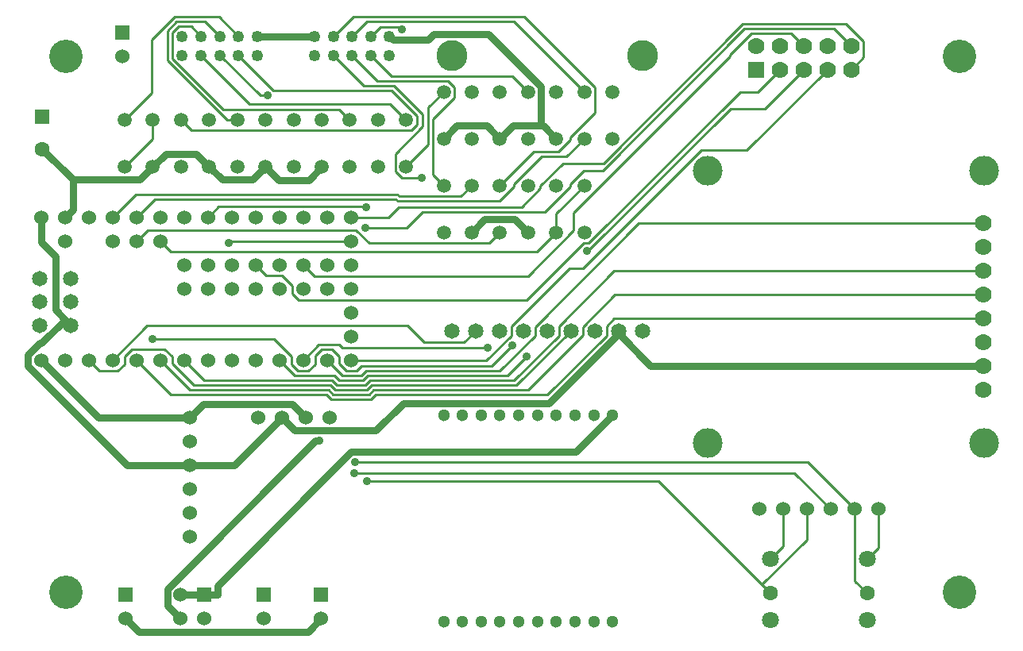
<source format=gtl>
G04 (created by PCBNEW (2013-jul-07)-stable) date Wed 25 Feb 2015 12:47:53 PM PST*
%MOIN*%
G04 Gerber Fmt 3.4, Leading zero omitted, Abs format*
%FSLAX34Y34*%
G01*
G70*
G90*
G04 APERTURE LIST*
%ADD10C,0.00590551*%
%ADD11C,0.0511811*%
%ADD12C,0.06*%
%ADD13R,0.06X0.06*%
%ADD14C,0.0629921*%
%ADD15C,0.0708661*%
%ADD16C,0.065*%
%ADD17C,0.13*%
%ADD18C,0.07*%
%ADD19C,0.125*%
%ADD20R,0.063X0.063*%
%ADD21C,0.063*%
%ADD22C,0.14*%
%ADD23R,0.07X0.07*%
%ADD24C,0.0492126*%
%ADD25C,0.0590551*%
%ADD26C,0.035*%
%ADD27C,0.03*%
%ADD28C,0.01*%
G04 APERTURE END LIST*
G54D10*
G54D11*
X35433Y-27559D03*
X34645Y-27559D03*
X33858Y-27559D03*
X33070Y-27559D03*
X32283Y-27559D03*
X31496Y-27559D03*
X30708Y-27559D03*
X29921Y-27559D03*
X29133Y-27559D03*
X28346Y-27559D03*
X28346Y-36220D03*
X29133Y-36220D03*
X29921Y-36220D03*
X30708Y-36220D03*
X31496Y-36220D03*
X32283Y-36220D03*
X33070Y-36220D03*
X33858Y-36220D03*
X34645Y-36220D03*
X35433Y-36220D03*
G54D12*
X41594Y-31496D03*
X42594Y-31496D03*
X43594Y-31496D03*
X44594Y-31496D03*
X45594Y-31496D03*
X46594Y-31496D03*
X20550Y-27650D03*
X21550Y-27650D03*
X22550Y-27650D03*
X23550Y-27650D03*
G54D13*
X18300Y-35100D03*
G54D12*
X18300Y-36100D03*
X17300Y-35100D03*
X17300Y-36100D03*
G54D13*
X23200Y-35100D03*
G54D12*
X23200Y-36100D03*
G54D13*
X14850Y-11500D03*
G54D12*
X14850Y-12500D03*
G54D13*
X20800Y-35100D03*
G54D12*
X20800Y-36100D03*
X17700Y-27650D03*
X17700Y-28650D03*
X17700Y-29650D03*
X17700Y-30650D03*
X17700Y-31650D03*
X17700Y-32650D03*
G54D14*
X42066Y-35039D03*
X46122Y-35039D03*
G54D15*
X42066Y-33582D03*
X42070Y-36141D03*
X46122Y-33582D03*
X46122Y-36141D03*
G54D16*
X12700Y-23780D03*
X12700Y-22800D03*
X12700Y-21820D03*
X11400Y-21820D03*
X11400Y-22800D03*
X11400Y-23780D03*
X28677Y-24015D03*
X29677Y-24015D03*
X30677Y-24015D03*
X31677Y-24015D03*
X32677Y-24015D03*
X33677Y-24015D03*
X34677Y-24015D03*
X35677Y-24015D03*
G54D17*
X28677Y-12455D03*
X36677Y-12455D03*
G54D16*
X36677Y-24015D03*
G54D18*
X51000Y-19500D03*
X51000Y-20500D03*
X51000Y-21500D03*
X51000Y-22500D03*
X51000Y-23500D03*
X51000Y-24500D03*
X51000Y-25500D03*
X51000Y-26500D03*
G54D19*
X51030Y-17290D03*
X51030Y-28710D03*
X39410Y-17290D03*
X39410Y-28710D03*
G54D20*
X11500Y-15011D03*
G54D21*
X11500Y-16389D03*
G54D22*
X50000Y-35000D03*
X50000Y-12500D03*
X12500Y-35000D03*
X12500Y-12500D03*
G54D13*
X15000Y-35100D03*
G54D12*
X15000Y-36100D03*
G54D23*
X41450Y-13050D03*
G54D18*
X41450Y-12050D03*
X42450Y-13050D03*
X42450Y-12050D03*
X43450Y-13050D03*
X43450Y-12050D03*
X44450Y-13050D03*
X44450Y-12050D03*
X45450Y-13050D03*
X45450Y-12050D03*
G54D12*
X11450Y-25250D03*
X12450Y-25250D03*
X13450Y-25250D03*
X14450Y-25250D03*
X15450Y-25250D03*
X16450Y-25250D03*
X17450Y-25250D03*
X18450Y-25250D03*
X19450Y-25250D03*
X20450Y-25250D03*
X21450Y-25250D03*
X22450Y-25250D03*
X23450Y-25250D03*
X24450Y-25250D03*
X24450Y-24250D03*
X24450Y-23250D03*
X24450Y-22250D03*
X24450Y-21250D03*
X24450Y-20250D03*
X24450Y-19250D03*
X23450Y-19250D03*
X22450Y-19250D03*
X21450Y-19250D03*
X20450Y-19250D03*
X19450Y-19250D03*
X18450Y-19250D03*
X17450Y-19250D03*
X16450Y-19250D03*
X15450Y-19250D03*
X14450Y-19250D03*
X13450Y-19250D03*
X12450Y-19250D03*
X11450Y-19250D03*
X17450Y-22250D03*
X18450Y-22250D03*
X19450Y-22250D03*
X20450Y-22250D03*
X21450Y-22250D03*
X22450Y-22250D03*
X23450Y-22250D03*
X23450Y-21250D03*
X22450Y-21250D03*
X21450Y-21250D03*
X20450Y-21250D03*
X19450Y-21250D03*
X18450Y-21250D03*
X17450Y-21250D03*
X16450Y-20250D03*
X15450Y-20250D03*
X14450Y-20250D03*
X12450Y-20250D03*
G54D24*
X17375Y-12443D03*
X17375Y-11656D03*
X18162Y-12443D03*
X18162Y-11656D03*
X18950Y-12443D03*
X18950Y-11656D03*
X19737Y-12443D03*
X19737Y-11656D03*
X20524Y-12443D03*
X20524Y-11656D03*
X22925Y-12443D03*
X22925Y-11656D03*
X23712Y-12443D03*
X23712Y-11656D03*
X24500Y-12443D03*
X24500Y-11656D03*
X25287Y-12443D03*
X25287Y-11656D03*
X26074Y-12443D03*
X26074Y-11656D03*
G54D25*
X16141Y-15157D03*
X16141Y-17125D03*
X17322Y-15157D03*
X17322Y-17125D03*
X18503Y-15157D03*
X18503Y-17125D03*
X19685Y-15157D03*
X19685Y-17125D03*
X20866Y-15157D03*
X20866Y-17125D03*
X22047Y-15157D03*
X22047Y-17125D03*
X23228Y-15157D03*
X23228Y-17125D03*
X24409Y-15157D03*
X24409Y-17125D03*
X25590Y-15157D03*
X25590Y-17125D03*
X26771Y-15157D03*
X26771Y-17125D03*
X28346Y-13976D03*
X28346Y-15944D03*
X14960Y-15157D03*
X14960Y-17125D03*
X30708Y-13976D03*
X30708Y-15944D03*
X31889Y-13976D03*
X31889Y-15944D03*
X33070Y-13976D03*
X33070Y-15944D03*
X34251Y-13976D03*
X34251Y-15944D03*
X35433Y-13976D03*
X35433Y-15944D03*
X28346Y-17913D03*
X28346Y-19881D03*
X29527Y-17913D03*
X29527Y-19881D03*
X30708Y-17913D03*
X30708Y-19881D03*
X31889Y-17913D03*
X31889Y-19881D03*
X33070Y-17913D03*
X33070Y-19881D03*
X34251Y-17913D03*
X34251Y-19881D03*
X29527Y-13976D03*
X29527Y-15944D03*
G54D26*
X23142Y-28636D03*
X19318Y-20338D03*
X20964Y-14140D03*
X25086Y-18811D03*
X27424Y-17597D03*
X25049Y-19695D03*
X16115Y-24364D03*
X31231Y-24621D03*
X25133Y-30336D03*
X24604Y-29977D03*
X24639Y-29526D03*
X34346Y-20664D03*
X26583Y-11354D03*
X30201Y-24724D03*
X31830Y-25090D03*
G54D27*
X17300Y-35100D02*
X18300Y-35100D01*
X18300Y-35100D02*
X18850Y-35100D01*
X18850Y-34714D02*
X18850Y-35100D01*
X24463Y-29101D02*
X18850Y-34714D01*
X33890Y-29101D02*
X24463Y-29101D01*
X35433Y-27559D02*
X33890Y-29101D01*
X22957Y-28636D02*
X23142Y-28636D01*
X16743Y-34850D02*
X22957Y-28636D01*
X16743Y-35543D02*
X16743Y-34850D01*
X17300Y-36100D02*
X16743Y-35543D01*
X12050Y-23130D02*
X12463Y-23543D01*
X12050Y-20875D02*
X12050Y-23130D01*
X11450Y-20275D02*
X12050Y-20875D01*
X11450Y-19250D02*
X11450Y-20275D01*
X12463Y-23543D02*
X12700Y-23780D01*
X15050Y-29650D02*
X17700Y-29650D01*
X10899Y-25498D02*
X15050Y-29650D01*
X10899Y-25021D02*
X10899Y-25498D01*
X11379Y-24540D02*
X10899Y-25021D01*
X11467Y-24540D02*
X11379Y-24540D01*
X12463Y-23543D02*
X11467Y-24540D01*
X19550Y-29650D02*
X21550Y-27650D01*
X17700Y-29650D02*
X19550Y-29650D01*
X37040Y-25500D02*
X35677Y-24136D01*
X51000Y-25500D02*
X37040Y-25500D01*
X32760Y-27052D02*
X35677Y-24136D01*
X26653Y-27052D02*
X32760Y-27052D01*
X25506Y-28200D02*
X26653Y-27052D01*
X22100Y-28200D02*
X25506Y-28200D01*
X21550Y-27650D02*
X22100Y-28200D01*
X35677Y-24136D02*
X35677Y-24015D01*
G54D28*
X19407Y-20250D02*
X19318Y-20338D01*
X24450Y-20250D02*
X19407Y-20250D01*
X21208Y-13915D02*
X19737Y-12443D01*
X26171Y-13915D02*
X21208Y-13915D01*
X27237Y-14980D02*
X26171Y-13915D01*
X27237Y-15345D02*
X27237Y-14980D01*
X26977Y-15604D02*
X27237Y-15345D01*
X17769Y-15604D02*
X26977Y-15604D01*
X17322Y-15157D02*
X17769Y-15604D01*
X20646Y-14140D02*
X20964Y-14140D01*
X18950Y-12443D02*
X20646Y-14140D01*
X20207Y-14488D02*
X18162Y-12443D01*
X26102Y-14488D02*
X20207Y-14488D01*
X26771Y-15157D02*
X26102Y-14488D01*
X27700Y-16196D02*
X26771Y-17125D01*
X27700Y-14621D02*
X27700Y-16196D01*
X28346Y-13976D02*
X27700Y-14621D01*
X25067Y-18791D02*
X25086Y-18811D01*
X18908Y-18791D02*
X25067Y-18791D01*
X18450Y-19250D02*
X18908Y-18791D01*
X26156Y-13312D02*
X25287Y-12443D01*
X31226Y-13312D02*
X26156Y-13312D01*
X31889Y-13976D02*
X31226Y-13312D01*
X25569Y-13512D02*
X24500Y-12443D01*
X28515Y-13512D02*
X25569Y-13512D01*
X28796Y-13793D02*
X28515Y-13512D01*
X28796Y-14217D02*
X28796Y-13793D01*
X27901Y-15112D02*
X28796Y-14217D01*
X27901Y-17467D02*
X27901Y-15112D01*
X28346Y-17913D02*
X27901Y-17467D01*
X15423Y-18276D02*
X14450Y-19250D01*
X26405Y-18276D02*
X15423Y-18276D01*
X26500Y-18371D02*
X26405Y-18276D01*
X29069Y-18371D02*
X26500Y-18371D01*
X29527Y-17913D02*
X29069Y-18371D01*
X26608Y-17597D02*
X27424Y-17597D01*
X26319Y-17308D02*
X26608Y-17597D01*
X26319Y-16575D02*
X26319Y-17308D01*
X27462Y-15432D02*
X26319Y-16575D01*
X27462Y-14922D02*
X27462Y-15432D01*
X26252Y-13713D02*
X27462Y-14922D01*
X24981Y-13713D02*
X26252Y-13713D01*
X23712Y-12443D02*
X24981Y-13713D01*
X33070Y-19094D02*
X33070Y-19881D01*
X34251Y-17913D02*
X33070Y-19094D01*
X32250Y-20702D02*
X33070Y-19881D01*
X16902Y-20702D02*
X32250Y-20702D01*
X16450Y-20250D02*
X16902Y-20702D01*
X44733Y-11333D02*
X45450Y-12050D01*
X40973Y-11333D02*
X44733Y-11333D01*
X35013Y-17293D02*
X40973Y-11333D01*
X34238Y-17293D02*
X35013Y-17293D01*
X33661Y-17870D02*
X34238Y-17293D01*
X33661Y-17962D02*
X33661Y-17870D01*
X32590Y-19033D02*
X33661Y-17962D01*
X27450Y-19033D02*
X32590Y-19033D01*
X26788Y-19695D02*
X27450Y-19033D01*
X25049Y-19695D02*
X26788Y-19695D01*
X20900Y-21700D02*
X20450Y-21250D01*
X21561Y-21700D02*
X20900Y-21700D01*
X21999Y-22138D02*
X21561Y-21700D01*
X21999Y-22444D02*
X21999Y-22138D01*
X22267Y-22711D02*
X21999Y-22444D01*
X31839Y-22711D02*
X22267Y-22711D01*
X34212Y-20339D02*
X31839Y-22711D01*
X34424Y-20339D02*
X34212Y-20339D01*
X40784Y-13979D02*
X34424Y-20339D01*
X41520Y-13979D02*
X40784Y-13979D01*
X42450Y-13050D02*
X41520Y-13979D01*
X29201Y-24491D02*
X29677Y-24015D01*
X27541Y-24491D02*
X29201Y-24491D01*
X26840Y-23790D02*
X27541Y-24491D01*
X15909Y-23790D02*
X26840Y-23790D01*
X14450Y-25250D02*
X15909Y-23790D01*
X31387Y-26305D02*
X33677Y-24015D01*
X25327Y-26305D02*
X31387Y-26305D01*
X25131Y-26501D02*
X25327Y-26305D01*
X23791Y-26501D02*
X25131Y-26501D01*
X23596Y-26305D02*
X23791Y-26501D01*
X17869Y-26305D02*
X23596Y-26305D01*
X16950Y-25386D02*
X17869Y-26305D01*
X16950Y-25104D02*
X16950Y-25386D01*
X16626Y-24781D02*
X16950Y-25104D01*
X15250Y-24781D02*
X16626Y-24781D01*
X14950Y-25081D02*
X15250Y-24781D01*
X14950Y-25419D02*
X14950Y-25081D01*
X14668Y-25701D02*
X14950Y-25419D01*
X13901Y-25701D02*
X14668Y-25701D01*
X13450Y-25250D02*
X13901Y-25701D01*
X30351Y-25500D02*
X31231Y-24621D01*
X24900Y-25500D02*
X30351Y-25500D01*
X24700Y-25700D02*
X24900Y-25500D01*
X24263Y-25700D02*
X24700Y-25700D01*
X23950Y-25387D02*
X24263Y-25700D01*
X23950Y-25106D02*
X23950Y-25387D01*
X23643Y-24799D02*
X23950Y-25106D01*
X23223Y-24799D02*
X23643Y-24799D01*
X22950Y-25073D02*
X23223Y-24799D01*
X22950Y-25411D02*
X22950Y-25073D01*
X22661Y-25700D02*
X22950Y-25411D01*
X22228Y-25700D02*
X22661Y-25700D01*
X21950Y-25421D02*
X22228Y-25700D01*
X21950Y-25102D02*
X21950Y-25421D01*
X21211Y-24364D02*
X21950Y-25102D01*
X16115Y-24364D02*
X21211Y-24364D01*
X42594Y-33055D02*
X42594Y-31496D01*
X42066Y-33582D02*
X42594Y-33055D01*
X43594Y-32774D02*
X43594Y-31496D01*
X41698Y-34670D02*
X43594Y-32774D01*
X41698Y-34670D02*
X42066Y-35039D01*
X37363Y-30336D02*
X41698Y-34670D01*
X25133Y-30336D02*
X37363Y-30336D01*
X43076Y-29977D02*
X44594Y-31496D01*
X24604Y-29977D02*
X43076Y-29977D01*
X46594Y-33110D02*
X46594Y-31496D01*
X46122Y-33582D02*
X46594Y-33110D01*
X45594Y-34511D02*
X45594Y-31496D01*
X46122Y-35039D02*
X45594Y-34511D01*
X43625Y-29526D02*
X45594Y-31496D01*
X24639Y-29526D02*
X43625Y-29526D01*
X35509Y-23500D02*
X51000Y-23500D01*
X35177Y-23832D02*
X35509Y-23500D01*
X35177Y-24212D02*
X35177Y-23832D01*
X32683Y-26706D02*
X35177Y-24212D01*
X25492Y-26706D02*
X32683Y-26706D01*
X25297Y-26901D02*
X25492Y-26706D01*
X23626Y-26901D02*
X25297Y-26901D01*
X23430Y-26706D02*
X23626Y-26901D01*
X16906Y-26706D02*
X23430Y-26706D01*
X15450Y-25250D02*
X16906Y-26706D01*
X35507Y-21500D02*
X51000Y-21500D01*
X33177Y-23830D02*
X35507Y-21500D01*
X33177Y-24211D02*
X33177Y-23830D01*
X31287Y-26101D02*
X33177Y-24211D01*
X25248Y-26101D02*
X31287Y-26101D01*
X25048Y-26301D02*
X25248Y-26101D01*
X23874Y-26301D02*
X25048Y-26301D01*
X23674Y-26101D02*
X23874Y-26301D01*
X18301Y-26101D02*
X23674Y-26101D01*
X17450Y-25250D02*
X18301Y-26101D01*
X35518Y-22500D02*
X51000Y-22500D01*
X34177Y-23841D02*
X35518Y-22500D01*
X34177Y-24206D02*
X34177Y-23841D01*
X31877Y-26505D02*
X34177Y-24206D01*
X25409Y-26505D02*
X31877Y-26505D01*
X25214Y-26701D02*
X25409Y-26505D01*
X23708Y-26701D02*
X25214Y-26701D01*
X23513Y-26505D02*
X23708Y-26701D01*
X17705Y-26505D02*
X23513Y-26505D01*
X16450Y-25250D02*
X17705Y-26505D01*
X24450Y-25249D02*
X24450Y-25250D01*
X30142Y-25249D02*
X24450Y-25249D01*
X31177Y-24215D02*
X30142Y-25249D01*
X31177Y-23831D02*
X31177Y-24215D01*
X33621Y-21387D02*
X31177Y-23831D01*
X34187Y-21387D02*
X33621Y-21387D01*
X39147Y-16427D02*
X34187Y-21387D01*
X41072Y-16427D02*
X39147Y-16427D01*
X44450Y-13050D02*
X41072Y-16427D01*
X36520Y-19500D02*
X51000Y-19500D01*
X32177Y-23842D02*
X36520Y-19500D01*
X32177Y-24212D02*
X32177Y-23842D01*
X30688Y-25700D02*
X32177Y-24212D01*
X25083Y-25700D02*
X30688Y-25700D01*
X24882Y-25900D02*
X25083Y-25700D01*
X24100Y-25900D02*
X24882Y-25900D01*
X23450Y-25250D02*
X24100Y-25900D01*
X26037Y-19250D02*
X24450Y-19250D01*
X26453Y-18833D02*
X26037Y-19250D01*
X31611Y-18833D02*
X26453Y-18833D01*
X32409Y-18035D02*
X31611Y-18833D01*
X32409Y-17928D02*
X32409Y-18035D01*
X33360Y-16977D02*
X32409Y-17928D01*
X35046Y-16977D02*
X33360Y-16977D01*
X40890Y-11133D02*
X35046Y-16977D01*
X45241Y-11133D02*
X40890Y-11133D01*
X45972Y-11863D02*
X45241Y-11133D01*
X45972Y-12527D02*
X45972Y-11863D01*
X45450Y-13050D02*
X45972Y-12527D01*
X41813Y-14686D02*
X43450Y-13050D01*
X40383Y-14686D02*
X41813Y-14686D01*
X34404Y-20664D02*
X40383Y-14686D01*
X34346Y-20664D02*
X34404Y-20664D01*
X42933Y-11533D02*
X43450Y-12050D01*
X41252Y-11533D02*
X42933Y-11533D01*
X40376Y-12410D02*
X41252Y-11533D01*
X40376Y-12487D02*
X40376Y-12410D01*
X33793Y-19069D02*
X40376Y-12487D01*
X33793Y-19798D02*
X33793Y-19069D01*
X31877Y-21715D02*
X33793Y-19798D01*
X22915Y-21715D02*
X31877Y-21715D01*
X22450Y-21250D02*
X22915Y-21715D01*
X16093Y-14024D02*
X14960Y-15157D01*
X16093Y-11793D02*
X16093Y-14024D01*
X17056Y-10829D02*
X16093Y-11793D01*
X18910Y-10829D02*
X17056Y-10829D01*
X19737Y-11656D02*
X18910Y-10829D01*
X16141Y-15944D02*
X16141Y-15157D01*
X14960Y-17125D02*
X16141Y-15944D01*
X18323Y-11029D02*
X18950Y-11656D01*
X17139Y-11029D02*
X18323Y-11029D01*
X16754Y-11415D02*
X17139Y-11029D01*
X16754Y-12668D02*
X16754Y-11415D01*
X19243Y-15157D02*
X16754Y-12668D01*
X19685Y-15157D02*
X19243Y-15157D01*
X17744Y-11238D02*
X18162Y-11656D01*
X17218Y-11238D02*
X17744Y-11238D01*
X16961Y-11495D02*
X17218Y-11238D01*
X16961Y-12592D02*
X16961Y-11495D01*
X19081Y-14712D02*
X16961Y-12592D01*
X23964Y-14712D02*
X19081Y-14712D01*
X24409Y-15157D02*
X23964Y-14712D01*
X26473Y-11244D02*
X26583Y-11354D01*
X25699Y-11244D02*
X26473Y-11244D01*
X25287Y-11656D02*
X25699Y-11244D01*
X25138Y-11017D02*
X24500Y-11656D01*
X31293Y-11017D02*
X25138Y-11017D01*
X34251Y-13976D02*
X31293Y-11017D01*
X16223Y-18476D02*
X15450Y-19250D01*
X26322Y-18476D02*
X16223Y-18476D01*
X26417Y-18571D02*
X26322Y-18476D01*
X30685Y-18571D02*
X26417Y-18571D01*
X31299Y-17958D02*
X30685Y-18571D01*
X31299Y-17866D02*
X31299Y-17958D01*
X32467Y-16697D02*
X31299Y-17866D01*
X33499Y-16697D02*
X32467Y-16697D01*
X34251Y-15944D02*
X33499Y-16697D01*
X32124Y-16497D02*
X30708Y-17913D01*
X33157Y-16497D02*
X32124Y-16497D01*
X33661Y-15993D02*
X33157Y-16497D01*
X33661Y-15896D02*
X33661Y-15993D01*
X34698Y-14859D02*
X33661Y-15896D01*
X34698Y-13778D02*
X34698Y-14859D01*
X31738Y-10817D02*
X34698Y-13778D01*
X24551Y-10817D02*
X31738Y-10817D01*
X23712Y-11656D02*
X24551Y-10817D01*
X30263Y-20327D02*
X30708Y-19881D01*
X25221Y-20327D02*
X30263Y-20327D01*
X24675Y-19781D02*
X25221Y-20327D01*
X15918Y-19781D02*
X24675Y-19781D01*
X15450Y-20250D02*
X15918Y-19781D01*
X23100Y-24599D02*
X22450Y-25250D01*
X23958Y-24599D02*
X23100Y-24599D01*
X24083Y-24724D02*
X23958Y-24599D01*
X30201Y-24724D02*
X24083Y-24724D01*
X31020Y-25901D02*
X31830Y-25090D01*
X25165Y-25901D02*
X31020Y-25901D01*
X24965Y-26101D02*
X25165Y-25901D01*
X23957Y-26101D02*
X24965Y-26101D01*
X23757Y-25901D02*
X23957Y-26101D01*
X22101Y-25901D02*
X23757Y-25901D01*
X21450Y-25250D02*
X22101Y-25901D01*
G54D27*
X22925Y-11656D02*
X20524Y-11656D01*
X15595Y-17672D02*
X12783Y-17672D01*
X16141Y-17125D02*
X15595Y-17672D01*
X12783Y-18916D02*
X12783Y-17672D01*
X12450Y-19250D02*
X12783Y-18916D01*
X12783Y-17672D02*
X11500Y-16389D01*
X15556Y-36656D02*
X15000Y-36100D01*
X22643Y-36656D02*
X15556Y-36656D01*
X23200Y-36100D02*
X22643Y-36656D01*
X16688Y-16578D02*
X16141Y-17125D01*
X17956Y-16578D02*
X16688Y-16578D01*
X18503Y-17125D02*
X17956Y-16578D01*
X13850Y-27650D02*
X17700Y-27650D01*
X11450Y-25250D02*
X13850Y-27650D01*
X21997Y-27097D02*
X22550Y-27650D01*
X18252Y-27097D02*
X21997Y-27097D01*
X17700Y-27650D02*
X18252Y-27097D01*
X28893Y-15397D02*
X28346Y-15944D01*
X30161Y-15397D02*
X28893Y-15397D01*
X30708Y-15944D02*
X30161Y-15397D01*
X31262Y-15390D02*
X32435Y-15390D01*
X30708Y-15944D02*
X31262Y-15390D01*
X32516Y-15390D02*
X33070Y-15944D01*
X32435Y-15390D02*
X32516Y-15390D01*
X26215Y-11796D02*
X26074Y-11656D01*
X27692Y-11796D02*
X26215Y-11796D01*
X27935Y-11554D02*
X27692Y-11796D01*
X30239Y-11554D02*
X27935Y-11554D01*
X32435Y-13750D02*
X30239Y-11554D01*
X32435Y-15390D02*
X32435Y-13750D01*
X19049Y-17671D02*
X18503Y-17125D01*
X20320Y-17671D02*
X19049Y-17671D01*
X20866Y-17125D02*
X20320Y-17671D01*
X21414Y-17674D02*
X20866Y-17125D01*
X22679Y-17674D02*
X21414Y-17674D01*
X23228Y-17125D02*
X22679Y-17674D01*
X30074Y-19335D02*
X29527Y-19881D01*
X31342Y-19335D02*
X30074Y-19335D01*
X31889Y-19881D02*
X31342Y-19335D01*
M02*

</source>
